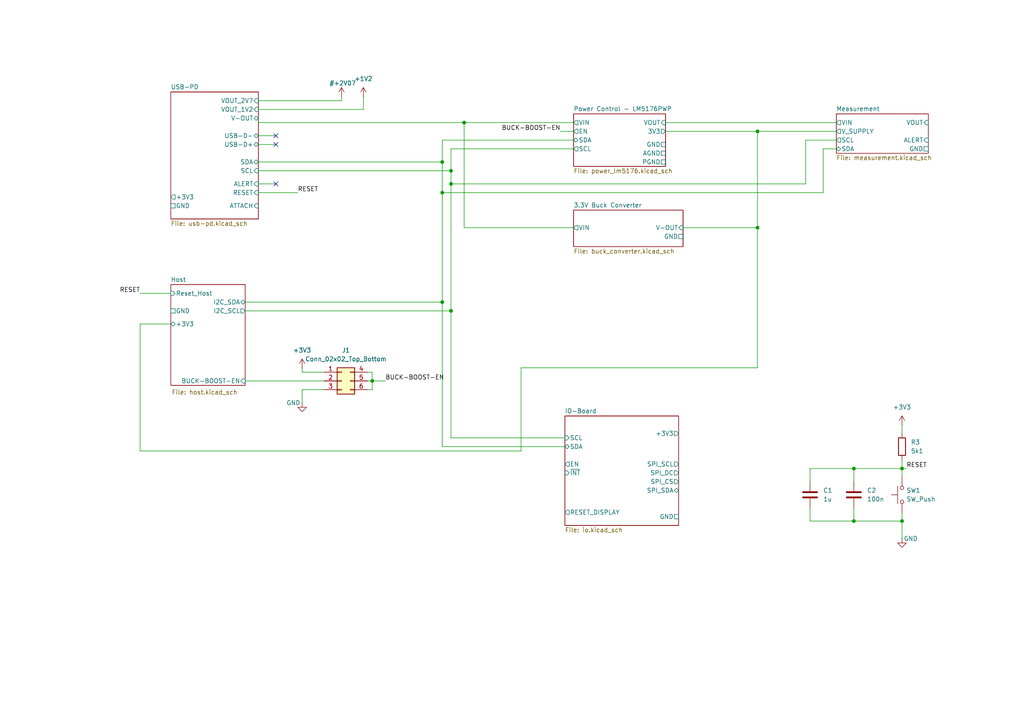
<source format=kicad_sch>
(kicad_sch (version 20231120) (generator "eeschema") (generator_version "8.0")
  (paper "A4")
  (lib_symbols
    (symbol "Connector_Generic:Conn_02x03_Top_Bottom" (pin_names (offset 1.016) hide)
      (property "Reference" "J" (at 1.27 5.08 0))
      (property "Value" "Conn_02x03_Top_Bottom" (at 1.27 -5.08 0))
      (symbol "Conn_02x03_Top_Bottom_1_1"
        (rectangle (start -1.27 -2.413) (end 0 -2.667) (stroke (width 0.1524)))
        (rectangle (start -1.27 0.127) (end 0 -0.127) (stroke (width 0.1524)))
        (rectangle (start -1.27 2.667) (end 0 2.413) (stroke (width 0.1524)))
        (rectangle (start -1.27 3.81) (end 3.81 -3.81) (stroke (width 0.254)) (fill (type background)))
        (rectangle (start 3.81 -2.413) (end 2.54 -2.667) (stroke (width 0.1524)))
        (rectangle (start 3.81 0.127) (end 2.54 -0.127) (stroke (width 0.1524)))
        (rectangle (start 3.81 2.667) (end 2.54 2.413) (stroke (width 0.1524)))
        (pin passive line (at -5.08 2.54 0) (length 3.81) (name "Pin_1") (number "1"))
        (pin passive line (at -5.08 0 0) (length 3.81) (name "Pin_2") (number "2"))
        (pin passive line (at -5.08 -2.54 0) (length 3.81) (name "Pin_3") (number "3"))
        (pin passive line (at 7.62 2.54 180) (length 3.81) (name "Pin_4") (number "4"))
        (pin passive line (at 7.62 0 180) (length 3.81) (name "Pin_5") (number "5"))
        (pin passive line (at 7.62 -2.54 180) (length 3.81) (name "Pin_6") (number "6"))
      )
    )
    (symbol "Device:C" (pin_numbers hide) (pin_names (offset 0.254))
      (property "Reference" "C" (at 0.635 2.54 0))
      (property "Value" "C" (at 0.635 -2.54 0))
      (symbol "C_0_1"
        (polyline (pts (xy -2.032 -0.762) (xy 2.032 -0.762)) (stroke (width 0.508)))
        (polyline (pts (xy -2.032 0.762) (xy 2.032 0.762)) (stroke (width 0.508)))
      )
      (symbol "C_1_1"
        (pin passive line (at 0 3.81 270) (length 2.794) (name "~") (number "1"))
        (pin passive line (at 0 -3.81 90) (length 2.794) (name "~") (number "2"))
      )
    )
    (symbol "Device:R" (pin_numbers hide) (pin_names (offset 0))
      (property "Reference" "R" (at 2.032 0 90))
      (property "Value" "R" (at 0 0 90))
      (symbol "R_0_1"
        (rectangle (start -1.016 -2.54) (end 1.016 2.54) (stroke (width 0.254)))
      )
      (symbol "R_1_1"
        (pin passive line (at 0 3.81 270) (length 1.27) (name "~") (number "1"))
        (pin passive line (at 0 -3.81 90) (length 1.27) (name "~") (number "2"))
      )
    )
    (symbol "Prj_power:+2V7" (power) (pin_numbers hide) (pin_names (offset 0) hide) (in_bom no) (on_board no)
      (property "Reference" "+2V7" (at -2.794 3.556 0))
      (symbol "+2V7_0_1"
        (polyline (pts (xy -3.302 1.27) (xy -2.54 2.54)))
        (polyline (pts (xy -2.54 0) (xy -2.54 2.54)))
        (polyline (pts (xy -2.54 2.54) (xy -1.778 1.27)))
      )
      (symbol "+2V7_1_1"
        (pin power_in line (at -2.54 0 90) (length 0) hide (name "~") (number ""))
      )
    )
    (symbol "Switch:SW_Push" (pin_numbers hide) (pin_names (offset 1.016) hide)
      (property "Reference" "SW" (at 1.27 2.54 0))
      (property "Value" "SW_Push" (at 0 -1.524 0))
      (symbol "SW_Push_0_1"
        (circle (center -2.032 0) (radius 0.508))
        (polyline (pts (xy 0 1.27) (xy 0 3.048)))
        (polyline (pts (xy 2.54 1.27) (xy -2.54 1.27)))
        (circle (center 2.032 0) (radius 0.508))
        (pin passive line (at -5.08 0 0) (length 2.54) (name "1") (number "1"))
        (pin passive line (at 5.08 0 180) (length 2.54) (name "2") (number "2"))
      )
    )
    (symbol "power:+1V2" (power) (pin_numbers hide) (pin_names (offset 0) hide)
      (property "Value" "+1V2" (at 0 3.556 0))
      (symbol "+1V2_0_1"
        (polyline (pts (xy -0.762 1.27) (xy 0 2.54)))
        (polyline (pts (xy 0 0) (xy 0 2.54)))
        (polyline (pts (xy 0 2.54) (xy 0.762 1.27)))
      )
      (symbol "+1V2_1_1"
        (pin power_in line (at 0 0 90) (length 0) (name "~") (number "1"))
      )
    )
    (symbol "power:+3V3" (power) (pin_numbers hide) (pin_names (offset 0) hide)
      (property "Value" "+3V3" (at 0 3.556 0))
      (symbol "+3V3_0_1"
        (polyline (pts (xy -0.762 1.27) (xy 0 2.54)))
        (polyline (pts (xy 0 0) (xy 0 2.54)))
        (polyline (pts (xy 0 2.54) (xy 0.762 1.27)))
      )
      (symbol "+3V3_1_1"
        (pin power_in line (at 0 0 90) (length 0) (name "~") (number "1"))
      )
    )
    (symbol "power:GND" (power) (pin_numbers hide) (pin_names (offset 0) hide)
      (property "Value" "GND" (at 0 -3.81 0))
      (symbol "GND_0_1"
        (polyline (pts (xy 0 0) (xy 0 -1.27) (xy 1.27 -1.27) (xy 0 -2.54) (xy -1.27 -1.27) (xy 0 -1.27)))
      )
      (symbol "GND_1_1"
        (pin power_in line (at 0 0 270) (length 0) (name "~") (number "1"))
      )
    )
  )
  (junction (at 219.71 38.1))
  (junction (at 261.62 151.13))
  (junction (at 134.62 35.56))
  (junction (at 247.65 135.89))
  (junction (at 219.71 66.04))
  (junction (at 128.27 55.88))
  (junction (at 130.81 53.34))
  (junction (at 107.95 110.49))
  (junction (at 247.65 151.13))
  (junction (at 130.81 90.17))
  (junction (at 130.81 49.53))
  (junction (at 128.27 87.63))
  (junction (at 128.27 46.99))
  (junction (at 261.62 135.89))
  (no_connect (at 80.01 53.34))
  (no_connect (at 80.01 39.37))
  (no_connect (at 80.01 41.91))
  (wire (pts (xy 247.65 139.7) (xy 247.65 135.89)))
  (wire (pts (xy 193.04 35.56) (xy 242.57 35.56)))
  (wire (pts (xy 74.93 29.21) (xy 99.06 29.21)))
  (wire (pts (xy 134.62 66.04) (xy 134.62 35.56)))
  (wire (pts (xy 107.95 110.49) (xy 111.76 110.49)))
  (wire (pts (xy 128.27 55.88) (xy 128.27 87.63)))
  (wire (pts (xy 74.93 39.37) (xy 80.01 39.37)))
  (wire (pts (xy 93.98 107.95) (xy 87.63 107.95)))
  (wire (pts (xy 163.83 127) (xy 130.81 127)))
  (wire (pts (xy 74.93 46.99) (xy 128.27 46.99)))
  (wire (pts (xy 162.56 38.1) (xy 166.37 38.1)))
  (wire (pts (xy 40.64 130.81) (xy 40.64 93.98)))
  (wire (pts (xy 234.95 139.7) (xy 234.95 135.89)))
  (wire (pts (xy 247.65 151.13) (xy 261.62 151.13)))
  (wire (pts (xy 87.63 116.84) (xy 87.63 113.03)))
  (wire (pts (xy 130.81 127) (xy 130.81 90.17)))
  (wire (pts (xy 261.62 135.89) (xy 262.89 135.89)))
  (wire (pts (xy 128.27 40.64) (xy 128.27 46.99)))
  (wire (pts (xy 234.95 147.32) (xy 234.95 151.13)))
  (wire (pts (xy 151.13 106.68) (xy 151.13 130.81)))
  (wire (pts (xy 233.68 53.34) (xy 130.81 53.34)))
  (wire (pts (xy 105.41 31.75) (xy 105.41 27.94)))
  (wire (pts (xy 71.12 90.17) (xy 130.81 90.17)))
  (wire (pts (xy 261.62 156.21) (xy 261.62 151.13)))
  (wire (pts (xy 219.71 38.1) (xy 219.71 66.04)))
  (wire (pts (xy 74.93 35.56) (xy 74.93 34.29)))
  (wire (pts (xy 71.12 110.49) (xy 93.98 110.49)))
  (wire (pts (xy 74.93 53.34) (xy 80.01 53.34)))
  (wire (pts (xy 247.65 135.89) (xy 261.62 135.89)))
  (wire (pts (xy 134.62 66.04) (xy 166.37 66.04)))
  (wire (pts (xy 74.93 31.75) (xy 105.41 31.75)))
  (wire (pts (xy 193.04 38.1) (xy 219.71 38.1)))
  (wire (pts (xy 198.12 66.04) (xy 219.71 66.04)))
  (wire (pts (xy 238.76 43.18) (xy 238.76 55.88)))
  (wire (pts (xy 74.93 35.56) (xy 134.62 35.56)))
  (wire (pts (xy 71.12 87.63) (xy 128.27 87.63)))
  (wire (pts (xy 219.71 66.04) (xy 219.71 106.68)))
  (wire (pts (xy 130.81 90.17) (xy 130.81 53.34)))
  (wire (pts (xy 134.62 35.56) (xy 166.37 35.56)))
  (wire (pts (xy 128.27 40.64) (xy 166.37 40.64)))
  (wire (pts (xy 74.93 49.53) (xy 130.81 49.53)))
  (wire (pts (xy 87.63 113.03) (xy 93.98 113.03)))
  (wire (pts (xy 40.64 93.98) (xy 49.53 93.98)))
  (wire (pts (xy 130.81 53.34) (xy 130.81 49.53)))
  (wire (pts (xy 261.62 123.19) (xy 261.62 125.73)))
  (wire (pts (xy 247.65 147.32) (xy 247.65 151.13)))
  (wire (pts (xy 128.27 46.99) (xy 128.27 55.88)))
  (wire (pts (xy 242.57 40.64) (xy 233.68 40.64)))
  (wire (pts (xy 219.71 106.68) (xy 151.13 106.68)))
  (wire (pts (xy 219.71 38.1) (xy 242.57 38.1)))
  (wire (pts (xy 99.06 29.21) (xy 99.06 27.94)))
  (wire (pts (xy 163.83 129.54) (xy 128.27 129.54)))
  (wire (pts (xy 130.81 43.18) (xy 166.37 43.18)))
  (wire (pts (xy 107.95 113.03) (xy 107.95 110.49)))
  (wire (pts (xy 106.68 110.49) (xy 107.95 110.49)))
  (wire (pts (xy 234.95 135.89) (xy 247.65 135.89)))
  (wire (pts (xy 107.95 107.95) (xy 107.95 110.49)))
  (wire (pts (xy 74.93 41.91) (xy 80.01 41.91)))
  (wire (pts (xy 106.68 107.95) (xy 107.95 107.95)))
  (wire (pts (xy 261.62 148.59) (xy 261.62 151.13)))
  (wire (pts (xy 74.93 55.88) (xy 86.36 55.88)))
  (wire (pts (xy 261.62 133.35) (xy 261.62 135.89)))
  (wire (pts (xy 242.57 43.18) (xy 238.76 43.18)))
  (wire (pts (xy 234.95 151.13) (xy 247.65 151.13)))
  (wire (pts (xy 40.64 85.09) (xy 49.53 85.09)))
  (wire (pts (xy 233.68 40.64) (xy 233.68 53.34)))
  (wire (pts (xy 238.76 55.88) (xy 128.27 55.88)))
  (wire (pts (xy 106.68 113.03) (xy 107.95 113.03)))
  (wire (pts (xy 40.64 130.81) (xy 151.13 130.81)))
  (wire (pts (xy 128.27 129.54) (xy 128.27 87.63)))
  (wire (pts (xy 130.81 43.18) (xy 130.81 49.53)))
  (wire (pts (xy 261.62 135.89) (xy 261.62 138.43)))
  (wire (pts (xy 87.63 107.95) (xy 87.63 106.68)))
  (label "RESET" (at 40.64 85.09 180))
  (label "BUCK-BOOST-EN" (at 162.56 38.1 180))
  (label "RESET" (at 262.89 135.89 0))
  (label "BUCK-BOOST-EN" (at 111.76 110.49 0))
  (label "RESET" (at 86.36 55.88 0))
  (symbol (lib_id "Device:R") (at 261.62 129.54 0) (unit 1)
    (property "Reference" "R3" (at 264.16 128.2699 0) (effects (justify left)))
    (property "Value" "5k1" (at 264.16 130.8099 0) (effects (justify left)))
    (property "Footprint" "Resistor_SMD:R_0402_1005Metric_Pad0.72x0.64mm_HandSolder" (effects (hide yes)))
  )
  (symbol (lib_id "Connector_Generic:Conn_02x03_Top_Bottom") (at 99.06 110.49 0) (unit 1)
    (property "Reference" "J1" (at 100.33 101.6 0))
    (property "Value" "Conn_02x02_Top_Bottom" (at 100.33 104.14 0))
    (property "Description" "Generic connector, double row, 02x03, top/bottom pin numbering scheme (row 1: 1...pins_per_row, row2: pins_per_row+1 ... num_pins), script generated (kicad-library-utils/schlib/autogen/connector/)" (effects (hide yes)))
  )
  (symbol (lib_id "Device:C") (at 247.65 143.51 0) (unit 1)
    (property "Reference" "C2" (at 251.46 142.2399 0) (effects (justify left)))
    (property "Value" "100n" (at 251.46 144.78 0) (effects (justify left)))
    (property "Footprint" "Capacitor_SMD:C_0402_1005Metric_Pad0.74x0.62mm_HandSolder" (effects (hide yes)))
  )
  (symbol (lib_id "power:+3V3") (at 261.62 123.19 0) (unit 1)
    (property "Reference" "#PWR06" (effects (hide yes)))
    (property "Value" "+3V3" (at 261.62 118.11 0))
    (property "Description" "Power symbol creates a global label with name \"+3V3\"" (effects (hide yes)))
  )
  (symbol (lib_id "power:+3V3") (at 87.63 106.68 0) (unit 1)
    (property "Reference" "#PWR02" (effects (hide yes)))
    (property "Value" "+3V3" (at 87.63 101.6 0))
    (property "Description" "Power symbol creates a global label with name \"+3V3\"" (effects (hide yes)))
  )
  (symbol (lib_id "power:GND") (at 261.62 156.21 0) (unit 1)
    (property "Reference" "#PWR07" (effects (hide yes)))
    (property "Value" "GND" (at 264.16 156.21 0))
  )
  (symbol (lib_id "power:GND") (at 87.63 116.84 0) (mirror y) (unit 1)
    (property "Reference" "#PWR03" (effects (hide yes)))
    (property "Value" "GND" (at 85.09 116.84 0))
  )
  (symbol (lib_id "Prj_power:+2V7") (at 101.6 27.94 0) (unit 1) (in_bom no) (on_board no)
    (property "Reference" "#+2V07" (at 95.504 24.13 0) (effects (justify left)))
    (property "Value" "+2V7" (effects (hide yes)))
  )
  (symbol (lib_id "Switch:SW_Push") (at 261.62 143.51 90) (unit 1)
    (property "Reference" "SW1" (at 262.89 142.24 90) (effects (justify right)))
    (property "Value" "SW_Push" (at 262.89 144.7799 90) (effects (justify right)))
    (property "Footprint" "Button_Switch_SMD:SW_SPST_TL3342" (effects (hide yes)))
  )
  (symbol (lib_id "power:+1V2") (at 105.41 27.94 0) (unit 1)
    (property "Reference" "#PWR04" (effects (hide yes)))
    (property "Value" "+1V2" (at 105.41 22.86 0))
    (property "Description" "Power symbol creates a global label with name \"+1V2\"" (effects (hide yes)))
  )
  (symbol (lib_id "Device:C") (at 234.95 143.51 0) (unit 1)
    (property "Reference" "C1" (at 238.76 142.2399 0) (effects (justify left)))
    (property "Value" "1u" (at 238.76 144.78 0) (effects (justify left)))
    (property "Footprint" "Capacitor_SMD:C_0402_1005Metric_Pad0.74x0.62mm_HandSolder" (effects (hide yes)))
  )
  (sheet (at 49.53 82.55) (size 21.59 29.21) (stroke (width 0.1524))
    (property "Sheetname" "Host" (at 49.53 81.8384 0) (effects (justify left bottom)))
    (property "Sheetfile" "host.kicad_sch" (at 49.784 113.03 0) (effects (justify left top)))
    (pin "I2C_SCL" output (at 71.12 90.17 0))
    (pin "I2C_SDA" bidirectional (at 71.12 87.63 0))
    (pin "Reset_Host" input (at 49.53 85.09 180))
    (pin "BUCK-BOOST-EN" input (at 71.12 110.49 0))
    (pin "GND" passive (at 49.53 90.17 180))
    (pin "+3V3" bidirectional (at 49.53 93.98 180))
  )
  (sheet (at 166.37 60.96) (size 31.75 10.5918) (stroke (width 0.1524))
    (property "Sheetname" "3.3V Buck Converter" (at 166.37 60.2484 0) (effects (justify left bottom)))
    (property "Sheetfile" "buck_converter.kicad_sch" (at 166.37 72.1364 0) (effects (justify left top)))
    (pin "V-OUT" input (at 198.12 66.04 0))
    (pin "GND" passive (at 198.12 68.58 0))
    (pin "VIN" output (at 166.37 66.04 180))
  )
  (sheet (at 163.83 120.65) (size 33.02 31.75) (stroke (width 0.1524))
    (property "Sheetname" "IO-Board" (at 163.83 119.9384 0) (effects (justify left bottom)))
    (property "Sheetfile" "io.kicad_sch" (at 163.83 152.9846 0) (effects (justify left top)))
    (pin "+3V3" output (at 196.85 125.73 0))
    (pin "RESET_DISPLAY" output (at 163.83 148.59 180))
    (pin "SDA" bidirectional (at 163.83 129.54 180))
    (pin "SCL" input (at 163.83 127 180))
    (pin "GND" passive (at 196.85 149.86 0))
    (pin "EN" output (at 163.83 134.62 180))
    (pin "~{INT}" input (at 163.83 137.16 180))
    (pin "SPI_SCL" output (at 196.85 134.62 0))
    (pin "SPI_DC" output (at 196.85 137.16 0))
    (pin "SPI_CS" output (at 196.85 139.7 0))
    (pin "SPI_SDA" bidirectional (at 196.85 142.24 0))
  )
  (sheet (at 242.57 33.02) (size 26.67 11.43) (stroke (width 0.1524))
    (property "Sheetname" "Measurement" (at 242.57 32.3084 0) (effects (justify left bottom)))
    (property "Sheetfile" "measurement.kicad_sch" (at 242.57 45.0346 0) (effects (justify left top)))
    (pin "VIN" output (at 242.57 35.56 180))
    (pin "VOUT" input (at 269.24 35.56 0))
    (pin "GND" passive (at 269.24 43.18 0))
    (pin "V_SUPPLY" output (at 242.57 38.1 180))
    (pin "ALERT" input (at 269.24 40.64 0))
    (pin "SCL" output (at 242.57 40.64 180))
    (pin "SDA" bidirectional (at 242.57 43.18 180))
  )
  (sheet (at 49.53 26.67) (size 25.4 36.83) (stroke (width 0.1524))
    (property "Sheetname" "USB-PD" (at 49.53 25.9584 0) (effects (justify left bottom)))
    (property "Sheetfile" "usb-pd.kicad_sch" (at 49.53 64.0846 0) (effects (justify left top)))
    (pin "VOUT_2V7" input (at 74.93 29.21 0))
    (pin "USB-D-" bidirectional (at 74.93 39.37 0))
    (pin "USB-D+" bidirectional (at 74.93 41.91 0))
    (pin "ALERT" input (at 74.93 53.34 0))
    (pin "SDA" bidirectional (at 74.93 46.99 0))
    (pin "RESET" input (at 74.93 55.88 0))
    (pin "SCL" input (at 74.93 49.53 0))
    (pin "VOUT_1V2" input (at 74.93 31.75 0))
    (pin "V-OUT" bidirectional (at 74.93 34.29 0))
    (pin "ATTACH" input (at 74.93 59.69 0))
    (pin "GND" passive (at 49.53 59.69 180))
    (pin "+3V3" output (at 49.53 57.15 180))
  )
  (sheet (at 166.37 33.02) (size 26.67 15.24) (stroke (width 0.1524))
    (property "Sheetname" "Power Control - LM5176PWP" (at 166.37 32.3084 0) (effects (justify left bottom)))
    (property "Sheetfile" "power_lm5176.kicad_sch" (at 166.37 48.8446 0) (effects (justify left top)))
    (pin "GND" passive (at 193.04 41.91 0))
    (pin "3V3" output (at 193.04 38.1 0))
    (pin "SCL" output (at 166.37 43.18 180))
    (pin "SDA" bidirectional (at 166.37 40.64 180))
    (pin "AGND" passive (at 193.04 44.45 0))
    (pin "VOUT" input (at 193.04 35.56 0))
    (pin "PGND" passive (at 193.04 46.99 0))
    (pin "VIN" output (at 166.37 35.56 180))
    (pin "EN" output (at 166.37 38.1 180))
  )
)
</source>
